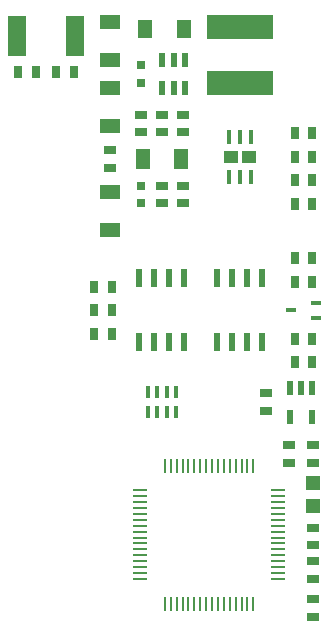
<source format=gbp>
G04 #@! TF.GenerationSoftware,KiCad,Pcbnew,(5.1.9)-1*
G04 #@! TF.CreationDate,2023-01-31T21:02:21+01:00*
G04 #@! TF.ProjectId,Base,42617365-2e6b-4696-9361-645f70636258,rev?*
G04 #@! TF.SameCoordinates,PXd59f80PYd59f80*
G04 #@! TF.FileFunction,Paste,Bot*
G04 #@! TF.FilePolarity,Positive*
%FSLAX46Y46*%
G04 Gerber Fmt 4.6, Leading zero omitted, Abs format (unit mm)*
G04 Created by KiCad (PCBNEW (5.1.9)-1) date 2023-01-31 21:02:21*
%MOMM*%
%LPD*%
G01*
G04 APERTURE LIST*
%ADD10R,0.250000X1.300000*%
%ADD11R,1.300000X0.250000*%
%ADD12R,0.700000X1.000000*%
%ADD13R,0.700000X0.700000*%
%ADD14R,1.600000X3.500000*%
%ADD15R,1.000000X0.700000*%
%ADD16R,1.200000X1.600000*%
%ADD17R,1.200000X1.120000*%
%ADD18R,0.450000X1.200000*%
%ADD19R,1.200000X1.700000*%
%ADD20R,1.700000X1.200000*%
%ADD21R,0.550000X1.200000*%
%ADD22R,5.600000X2.000000*%
%ADD23R,0.900000X0.450000*%
%ADD24R,0.600000X1.600000*%
%ADD25R,0.400000X1.100000*%
%ADD26R,1.200000X1.200000*%
G04 APERTURE END LIST*
D10*
X23550000Y-43750000D03*
X23050000Y-43750000D03*
X22550000Y-43750000D03*
X22050000Y-43750000D03*
X21550000Y-43750000D03*
X21050000Y-43750000D03*
X20550000Y-43750000D03*
X20050000Y-43750000D03*
X19550000Y-43750000D03*
X19050000Y-43750000D03*
X18550000Y-43750000D03*
X18050000Y-43750000D03*
X17550000Y-43750000D03*
X17050000Y-43750000D03*
X16550000Y-43750000D03*
X16050000Y-43750000D03*
D11*
X13950000Y-45850000D03*
X13950000Y-46350000D03*
X13950000Y-46850000D03*
X13950000Y-47350000D03*
X13950000Y-47850000D03*
X13950000Y-48350000D03*
X13950000Y-48850000D03*
X13950000Y-49350000D03*
X13950000Y-49850000D03*
X13950000Y-50350000D03*
X13950000Y-50850000D03*
X13950000Y-51350000D03*
X13950000Y-51850000D03*
X13950000Y-52350000D03*
X13950000Y-52850000D03*
X13950000Y-53350000D03*
D10*
X16050000Y-55450000D03*
X16550000Y-55450000D03*
X17050000Y-55450000D03*
X17550000Y-55450000D03*
X18050000Y-55450000D03*
X18550000Y-55450000D03*
X19050000Y-55450000D03*
X19550000Y-55450000D03*
X20050000Y-55450000D03*
X20550000Y-55450000D03*
X21050000Y-55450000D03*
X21550000Y-55450000D03*
X22050000Y-55450000D03*
X22550000Y-55450000D03*
X23050000Y-55450000D03*
X23550000Y-55450000D03*
D11*
X25650000Y-53350000D03*
X25650000Y-52850000D03*
X25650000Y-52350000D03*
X25650000Y-51850000D03*
X25650000Y-51350000D03*
X25650000Y-50850000D03*
X25650000Y-50350000D03*
X25650000Y-49850000D03*
X25650000Y-49350000D03*
X25650000Y-48850000D03*
X25650000Y-48350000D03*
X25650000Y-47850000D03*
X25650000Y-47350000D03*
X25650000Y-46850000D03*
X25650000Y-46350000D03*
X25650000Y-45850000D03*
D12*
X27050000Y-28200000D03*
X28550000Y-28200000D03*
X28550000Y-33000000D03*
X27050000Y-33000000D03*
D13*
X14000000Y-9850000D03*
X14000000Y-11350000D03*
D14*
X8440000Y-7400000D03*
X3560000Y-7400000D03*
D12*
X28550000Y-15600000D03*
X27050000Y-15600000D03*
X28550000Y-26200000D03*
X27050000Y-26200000D03*
D15*
X15800000Y-15550000D03*
X15800000Y-14050000D03*
D12*
X28550000Y-21600000D03*
X27050000Y-21600000D03*
X28550000Y-19600000D03*
X27050000Y-19600000D03*
D16*
X17650000Y-6800000D03*
X14350000Y-6800000D03*
D17*
X23150000Y-17600000D03*
X21650000Y-17600000D03*
D18*
X21450000Y-19300000D03*
X22400000Y-19300000D03*
X23350000Y-19300000D03*
X21450000Y-15900000D03*
X23350000Y-15900000D03*
X22400000Y-15900000D03*
D12*
X6850000Y-10400000D03*
X8350000Y-10400000D03*
D15*
X17600000Y-14050000D03*
X17600000Y-15550000D03*
D19*
X14200000Y-17800000D03*
X17400000Y-17800000D03*
D12*
X28550000Y-17600000D03*
X27050000Y-17600000D03*
D20*
X11400000Y-20600000D03*
X11400000Y-23800000D03*
D21*
X16800000Y-9393500D03*
X17752500Y-9393500D03*
X15847500Y-9393500D03*
X15847500Y-11806500D03*
X16800000Y-11806500D03*
X17752500Y-11806500D03*
D22*
X22400000Y-6600000D03*
X22400000Y-11400000D03*
D15*
X14000000Y-14050000D03*
X14000000Y-15550000D03*
X17600000Y-20050000D03*
X17600000Y-21550000D03*
X11400000Y-17050000D03*
X11400000Y-18550000D03*
X15800000Y-21550000D03*
X15800000Y-20050000D03*
D13*
X14000000Y-21550000D03*
X14000000Y-20050000D03*
D12*
X3650000Y-10400000D03*
X5150000Y-10400000D03*
D23*
X28850000Y-31250000D03*
X28850000Y-29950000D03*
X26750000Y-30600000D03*
D20*
X11400000Y-6200000D03*
X11400000Y-9400000D03*
X11400000Y-15000000D03*
X11400000Y-11800000D03*
D12*
X27050000Y-35000000D03*
X28550000Y-35000000D03*
D24*
X20495000Y-33300000D03*
X21765000Y-33300000D03*
X20495000Y-27900000D03*
X21765000Y-27900000D03*
X23035000Y-33300000D03*
X24305000Y-33300000D03*
X23035000Y-27900000D03*
X24305000Y-27900000D03*
D25*
X14600000Y-39250000D03*
X14600000Y-37550000D03*
X17000000Y-37550000D03*
X17000000Y-39250000D03*
X16200000Y-39250000D03*
X16200000Y-37550000D03*
X15400000Y-37550000D03*
X15400000Y-39250000D03*
D15*
X28600000Y-51850000D03*
X28600000Y-53350000D03*
X26600000Y-42050000D03*
X26600000Y-43550000D03*
X28600000Y-43550000D03*
X28600000Y-42050000D03*
X28600000Y-50500000D03*
X28600000Y-49000000D03*
X28600000Y-55050000D03*
X28600000Y-56550000D03*
X24600000Y-39150000D03*
X24600000Y-37650000D03*
D21*
X26647500Y-37193500D03*
X27600000Y-37193500D03*
X28552500Y-37193500D03*
X28552500Y-39606500D03*
X26647500Y-39606500D03*
D26*
X28600000Y-45200000D03*
X28600000Y-47200000D03*
D24*
X13895000Y-33300000D03*
X15165000Y-33300000D03*
X13895000Y-27900000D03*
X15165000Y-27900000D03*
X16435000Y-33300000D03*
X17705000Y-33300000D03*
X16435000Y-27900000D03*
X17705000Y-27900000D03*
D12*
X10050000Y-32600000D03*
X11550000Y-32600000D03*
X10050000Y-30600000D03*
X11550000Y-30600000D03*
X11550000Y-28600000D03*
X10050000Y-28600000D03*
M02*

</source>
